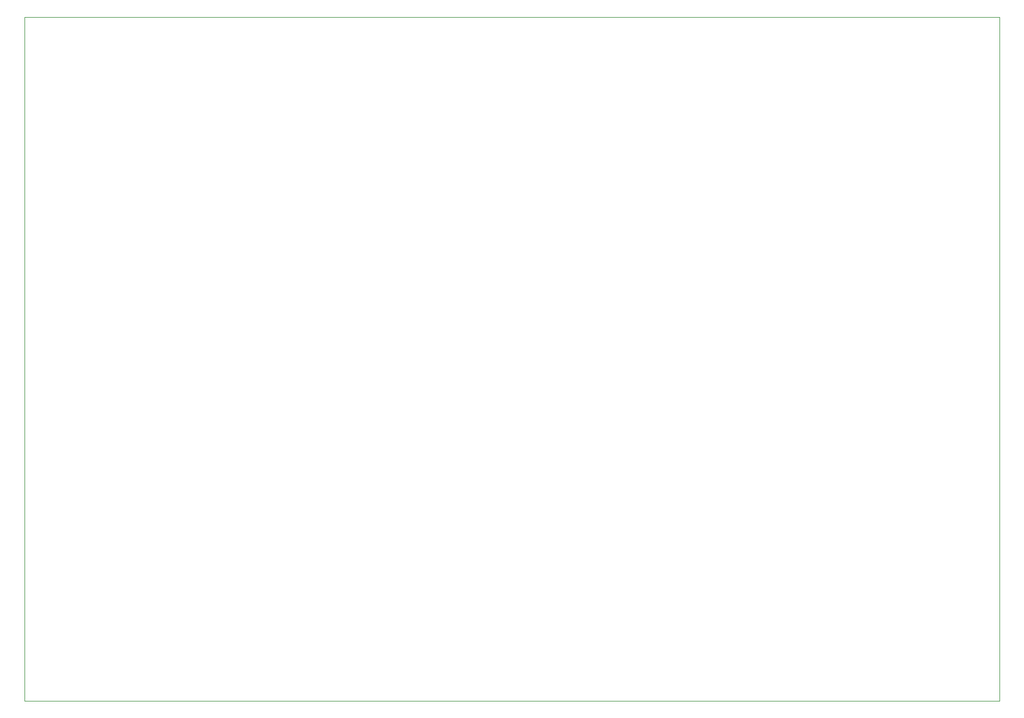
<source format=gbr>
G04 #@! TF.GenerationSoftware,KiCad,Pcbnew,(5.1.4)-1*
G04 #@! TF.CreationDate,2019-10-27T15:44:07+01:00*
G04 #@! TF.ProjectId,stebus,73746562-7573-42e6-9b69-6361645f7063,rev?*
G04 #@! TF.SameCoordinates,Original*
G04 #@! TF.FileFunction,Profile,NP*
%FSLAX46Y46*%
G04 Gerber Fmt 4.6, Leading zero omitted, Abs format (unit mm)*
G04 Created by KiCad (PCBNEW (5.1.4)-1) date 2019-10-27 15:44:07*
%MOMM*%
%LPD*%
G04 APERTURE LIST*
%ADD10C,0.050000*%
G04 APERTURE END LIST*
D10*
X62230000Y-151130000D02*
X62230000Y-49530000D01*
X207010000Y-151130000D02*
X62230000Y-151130000D01*
X207010000Y-49530000D02*
X207010000Y-151130000D01*
X62230000Y-49530000D02*
X207010000Y-49530000D01*
M02*

</source>
